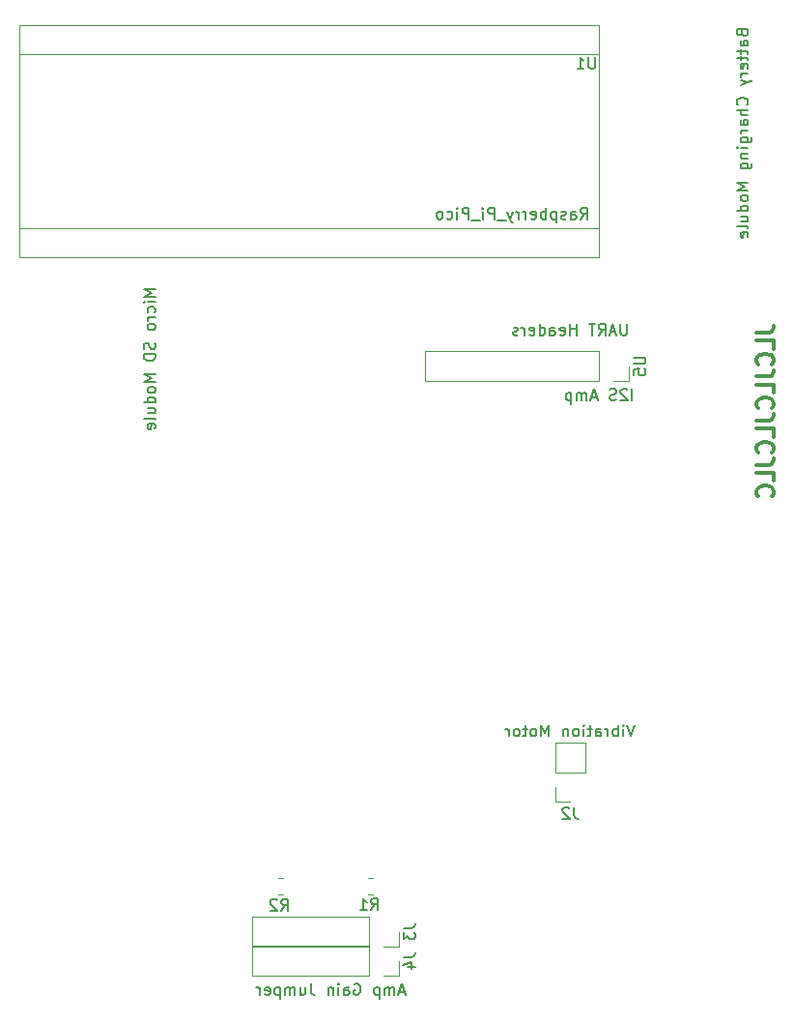
<source format=gbr>
%TF.GenerationSoftware,KiCad,Pcbnew,6.0.2+dfsg-1*%
%TF.CreationDate,2023-03-22T01:16:50-07:00*%
%TF.ProjectId,PICOnsole,5049434f-6e73-46f6-9c65-2e6b69636164,rev?*%
%TF.SameCoordinates,Original*%
%TF.FileFunction,Legend,Bot*%
%TF.FilePolarity,Positive*%
%FSLAX46Y46*%
G04 Gerber Fmt 4.6, Leading zero omitted, Abs format (unit mm)*
G04 Created by KiCad (PCBNEW 6.0.2+dfsg-1) date 2023-03-22 01:16:50*
%MOMM*%
%LPD*%
G01*
G04 APERTURE LIST*
%ADD10C,0.300000*%
%ADD11C,0.150000*%
%ADD12C,0.120000*%
G04 APERTURE END LIST*
D10*
X93666571Y-45903428D02*
X94738000Y-45903428D01*
X94952285Y-45832000D01*
X95095142Y-45689142D01*
X95166571Y-45474857D01*
X95166571Y-45332000D01*
X95166571Y-47332000D02*
X95166571Y-46617714D01*
X93666571Y-46617714D01*
X95023714Y-48689142D02*
X95095142Y-48617714D01*
X95166571Y-48403428D01*
X95166571Y-48260571D01*
X95095142Y-48046285D01*
X94952285Y-47903428D01*
X94809428Y-47832000D01*
X94523714Y-47760571D01*
X94309428Y-47760571D01*
X94023714Y-47832000D01*
X93880857Y-47903428D01*
X93738000Y-48046285D01*
X93666571Y-48260571D01*
X93666571Y-48403428D01*
X93738000Y-48617714D01*
X93809428Y-48689142D01*
X93666571Y-49760571D02*
X94738000Y-49760571D01*
X94952285Y-49689142D01*
X95095142Y-49546285D01*
X95166571Y-49332000D01*
X95166571Y-49189142D01*
X95166571Y-51189142D02*
X95166571Y-50474857D01*
X93666571Y-50474857D01*
X95023714Y-52546285D02*
X95095142Y-52474857D01*
X95166571Y-52260571D01*
X95166571Y-52117714D01*
X95095142Y-51903428D01*
X94952285Y-51760571D01*
X94809428Y-51689142D01*
X94523714Y-51617714D01*
X94309428Y-51617714D01*
X94023714Y-51689142D01*
X93880857Y-51760571D01*
X93738000Y-51903428D01*
X93666571Y-52117714D01*
X93666571Y-52260571D01*
X93738000Y-52474857D01*
X93809428Y-52546285D01*
X93666571Y-53617714D02*
X94738000Y-53617714D01*
X94952285Y-53546285D01*
X95095142Y-53403428D01*
X95166571Y-53189142D01*
X95166571Y-53046285D01*
X95166571Y-55046285D02*
X95166571Y-54332000D01*
X93666571Y-54332000D01*
X95023714Y-56403428D02*
X95095142Y-56332000D01*
X95166571Y-56117714D01*
X95166571Y-55974857D01*
X95095142Y-55760571D01*
X94952285Y-55617714D01*
X94809428Y-55546285D01*
X94523714Y-55474857D01*
X94309428Y-55474857D01*
X94023714Y-55546285D01*
X93880857Y-55617714D01*
X93738000Y-55760571D01*
X93666571Y-55974857D01*
X93666571Y-56117714D01*
X93738000Y-56332000D01*
X93809428Y-56403428D01*
X93666571Y-57474857D02*
X94738000Y-57474857D01*
X94952285Y-57403428D01*
X95095142Y-57260571D01*
X95166571Y-57046285D01*
X95166571Y-56903428D01*
X95166571Y-58903428D02*
X95166571Y-58189142D01*
X93666571Y-58189142D01*
X95023714Y-60260571D02*
X95095142Y-60189142D01*
X95166571Y-59974857D01*
X95166571Y-59832000D01*
X95095142Y-59617714D01*
X94952285Y-59474857D01*
X94809428Y-59403428D01*
X94523714Y-59332000D01*
X94309428Y-59332000D01*
X94023714Y-59403428D01*
X93880857Y-59474857D01*
X93738000Y-59617714D01*
X93666571Y-59832000D01*
X93666571Y-59974857D01*
X93738000Y-60189142D01*
X93809428Y-60260571D01*
D11*
%TO.C,U4*%
X92384571Y-19686095D02*
X92432190Y-19828952D01*
X92479809Y-19876571D01*
X92575047Y-19924190D01*
X92717904Y-19924190D01*
X92813142Y-19876571D01*
X92860761Y-19828952D01*
X92908380Y-19733714D01*
X92908380Y-19352761D01*
X91908380Y-19352761D01*
X91908380Y-19686095D01*
X91956000Y-19781333D01*
X92003619Y-19828952D01*
X92098857Y-19876571D01*
X92194095Y-19876571D01*
X92289333Y-19828952D01*
X92336952Y-19781333D01*
X92384571Y-19686095D01*
X92384571Y-19352761D01*
X92908380Y-20781333D02*
X92384571Y-20781333D01*
X92289333Y-20733714D01*
X92241714Y-20638476D01*
X92241714Y-20448000D01*
X92289333Y-20352761D01*
X92860761Y-20781333D02*
X92908380Y-20686095D01*
X92908380Y-20448000D01*
X92860761Y-20352761D01*
X92765523Y-20305142D01*
X92670285Y-20305142D01*
X92575047Y-20352761D01*
X92527428Y-20448000D01*
X92527428Y-20686095D01*
X92479809Y-20781333D01*
X92241714Y-21114666D02*
X92241714Y-21495619D01*
X91908380Y-21257523D02*
X92765523Y-21257523D01*
X92860761Y-21305142D01*
X92908380Y-21400380D01*
X92908380Y-21495619D01*
X92241714Y-21686095D02*
X92241714Y-22067047D01*
X91908380Y-21828952D02*
X92765523Y-21828952D01*
X92860761Y-21876571D01*
X92908380Y-21971809D01*
X92908380Y-22067047D01*
X92860761Y-22781333D02*
X92908380Y-22686095D01*
X92908380Y-22495619D01*
X92860761Y-22400380D01*
X92765523Y-22352761D01*
X92384571Y-22352761D01*
X92289333Y-22400380D01*
X92241714Y-22495619D01*
X92241714Y-22686095D01*
X92289333Y-22781333D01*
X92384571Y-22828952D01*
X92479809Y-22828952D01*
X92575047Y-22352761D01*
X92908380Y-23257523D02*
X92241714Y-23257523D01*
X92432190Y-23257523D02*
X92336952Y-23305142D01*
X92289333Y-23352761D01*
X92241714Y-23448000D01*
X92241714Y-23543238D01*
X92241714Y-23781333D02*
X92908380Y-24019428D01*
X92241714Y-24257523D02*
X92908380Y-24019428D01*
X93146476Y-23924190D01*
X93194095Y-23876571D01*
X93241714Y-23781333D01*
X92813142Y-25971809D02*
X92860761Y-25924190D01*
X92908380Y-25781333D01*
X92908380Y-25686095D01*
X92860761Y-25543238D01*
X92765523Y-25447999D01*
X92670285Y-25400380D01*
X92479809Y-25352761D01*
X92336952Y-25352761D01*
X92146476Y-25400380D01*
X92051238Y-25447999D01*
X91956000Y-25543238D01*
X91908380Y-25686095D01*
X91908380Y-25781333D01*
X91956000Y-25924190D01*
X92003619Y-25971809D01*
X92908380Y-26400380D02*
X91908380Y-26400380D01*
X92908380Y-26828952D02*
X92384571Y-26828952D01*
X92289333Y-26781333D01*
X92241714Y-26686095D01*
X92241714Y-26543238D01*
X92289333Y-26447999D01*
X92336952Y-26400380D01*
X92908380Y-27733714D02*
X92384571Y-27733714D01*
X92289333Y-27686095D01*
X92241714Y-27590857D01*
X92241714Y-27400380D01*
X92289333Y-27305142D01*
X92860761Y-27733714D02*
X92908380Y-27638476D01*
X92908380Y-27400380D01*
X92860761Y-27305142D01*
X92765523Y-27257523D01*
X92670285Y-27257523D01*
X92575047Y-27305142D01*
X92527428Y-27400380D01*
X92527428Y-27638476D01*
X92479809Y-27733714D01*
X92908380Y-28209904D02*
X92241714Y-28209904D01*
X92432190Y-28209904D02*
X92336952Y-28257523D01*
X92289333Y-28305142D01*
X92241714Y-28400380D01*
X92241714Y-28495619D01*
X92241714Y-29257523D02*
X93051238Y-29257523D01*
X93146476Y-29209904D01*
X93194095Y-29162285D01*
X93241714Y-29067047D01*
X93241714Y-28924190D01*
X93194095Y-28828952D01*
X92860761Y-29257523D02*
X92908380Y-29162285D01*
X92908380Y-28971809D01*
X92860761Y-28876571D01*
X92813142Y-28828952D01*
X92717904Y-28781333D01*
X92432190Y-28781333D01*
X92336952Y-28828952D01*
X92289333Y-28876571D01*
X92241714Y-28971809D01*
X92241714Y-29162285D01*
X92289333Y-29257523D01*
X92908380Y-29733714D02*
X92241714Y-29733714D01*
X91908380Y-29733714D02*
X91956000Y-29686095D01*
X92003619Y-29733714D01*
X91956000Y-29781333D01*
X91908380Y-29733714D01*
X92003619Y-29733714D01*
X92241714Y-30209904D02*
X92908380Y-30209904D01*
X92336952Y-30209904D02*
X92289333Y-30257523D01*
X92241714Y-30352761D01*
X92241714Y-30495619D01*
X92289333Y-30590857D01*
X92384571Y-30638476D01*
X92908380Y-30638476D01*
X92241714Y-31543238D02*
X93051238Y-31543238D01*
X93146476Y-31495619D01*
X93194095Y-31447999D01*
X93241714Y-31352761D01*
X93241714Y-31209904D01*
X93194095Y-31114666D01*
X92860761Y-31543238D02*
X92908380Y-31447999D01*
X92908380Y-31257523D01*
X92860761Y-31162285D01*
X92813142Y-31114666D01*
X92717904Y-31067047D01*
X92432190Y-31067047D01*
X92336952Y-31114666D01*
X92289333Y-31162285D01*
X92241714Y-31257523D01*
X92241714Y-31447999D01*
X92289333Y-31543238D01*
X92908380Y-32781333D02*
X91908380Y-32781333D01*
X92622666Y-33114666D01*
X91908380Y-33447999D01*
X92908380Y-33447999D01*
X92908380Y-34067047D02*
X92860761Y-33971809D01*
X92813142Y-33924190D01*
X92717904Y-33876571D01*
X92432190Y-33876571D01*
X92336952Y-33924190D01*
X92289333Y-33971809D01*
X92241714Y-34067047D01*
X92241714Y-34209904D01*
X92289333Y-34305142D01*
X92336952Y-34352761D01*
X92432190Y-34400380D01*
X92717904Y-34400380D01*
X92813142Y-34352761D01*
X92860761Y-34305142D01*
X92908380Y-34209904D01*
X92908380Y-34067047D01*
X92908380Y-35257523D02*
X91908380Y-35257523D01*
X92860761Y-35257523D02*
X92908380Y-35162285D01*
X92908380Y-34971809D01*
X92860761Y-34876571D01*
X92813142Y-34828952D01*
X92717904Y-34781333D01*
X92432190Y-34781333D01*
X92336952Y-34828952D01*
X92289333Y-34876571D01*
X92241714Y-34971809D01*
X92241714Y-35162285D01*
X92289333Y-35257523D01*
X92241714Y-36162285D02*
X92908380Y-36162285D01*
X92241714Y-35733714D02*
X92765523Y-35733714D01*
X92860761Y-35781333D01*
X92908380Y-35876571D01*
X92908380Y-36019428D01*
X92860761Y-36114666D01*
X92813142Y-36162285D01*
X92908380Y-36781333D02*
X92860761Y-36686095D01*
X92765523Y-36638476D01*
X91908380Y-36638476D01*
X92860761Y-37543238D02*
X92908380Y-37447999D01*
X92908380Y-37257523D01*
X92860761Y-37162285D01*
X92765523Y-37114666D01*
X92384571Y-37114666D01*
X92289333Y-37162285D01*
X92241714Y-37257523D01*
X92241714Y-37447999D01*
X92289333Y-37543238D01*
X92384571Y-37590857D01*
X92479809Y-37590857D01*
X92575047Y-37114666D01*
%TO.C,J1*%
X82296190Y-45127380D02*
X82296190Y-45936904D01*
X82248571Y-46032142D01*
X82200952Y-46079761D01*
X82105714Y-46127380D01*
X81915238Y-46127380D01*
X81820000Y-46079761D01*
X81772380Y-46032142D01*
X81724761Y-45936904D01*
X81724761Y-45127380D01*
X81296190Y-45841666D02*
X80820000Y-45841666D01*
X81391428Y-46127380D02*
X81058095Y-45127380D01*
X80724761Y-46127380D01*
X79820000Y-46127380D02*
X80153333Y-45651190D01*
X80391428Y-46127380D02*
X80391428Y-45127380D01*
X80010476Y-45127380D01*
X79915238Y-45175000D01*
X79867619Y-45222619D01*
X79820000Y-45317857D01*
X79820000Y-45460714D01*
X79867619Y-45555952D01*
X79915238Y-45603571D01*
X80010476Y-45651190D01*
X80391428Y-45651190D01*
X79534285Y-45127380D02*
X78962857Y-45127380D01*
X79248571Y-46127380D02*
X79248571Y-45127380D01*
X77867619Y-46127380D02*
X77867619Y-45127380D01*
X77867619Y-45603571D02*
X77296190Y-45603571D01*
X77296190Y-46127380D02*
X77296190Y-45127380D01*
X76439047Y-46079761D02*
X76534285Y-46127380D01*
X76724761Y-46127380D01*
X76820000Y-46079761D01*
X76867619Y-45984523D01*
X76867619Y-45603571D01*
X76820000Y-45508333D01*
X76724761Y-45460714D01*
X76534285Y-45460714D01*
X76439047Y-45508333D01*
X76391428Y-45603571D01*
X76391428Y-45698809D01*
X76867619Y-45794047D01*
X75534285Y-46127380D02*
X75534285Y-45603571D01*
X75581904Y-45508333D01*
X75677142Y-45460714D01*
X75867619Y-45460714D01*
X75962857Y-45508333D01*
X75534285Y-46079761D02*
X75629523Y-46127380D01*
X75867619Y-46127380D01*
X75962857Y-46079761D01*
X76010476Y-45984523D01*
X76010476Y-45889285D01*
X75962857Y-45794047D01*
X75867619Y-45746428D01*
X75629523Y-45746428D01*
X75534285Y-45698809D01*
X74629523Y-46127380D02*
X74629523Y-45127380D01*
X74629523Y-46079761D02*
X74724761Y-46127380D01*
X74915238Y-46127380D01*
X75010476Y-46079761D01*
X75058095Y-46032142D01*
X75105714Y-45936904D01*
X75105714Y-45651190D01*
X75058095Y-45555952D01*
X75010476Y-45508333D01*
X74915238Y-45460714D01*
X74724761Y-45460714D01*
X74629523Y-45508333D01*
X73772380Y-46079761D02*
X73867619Y-46127380D01*
X74058095Y-46127380D01*
X74153333Y-46079761D01*
X74200952Y-45984523D01*
X74200952Y-45603571D01*
X74153333Y-45508333D01*
X74058095Y-45460714D01*
X73867619Y-45460714D01*
X73772380Y-45508333D01*
X73724761Y-45603571D01*
X73724761Y-45698809D01*
X74200952Y-45794047D01*
X73296190Y-46127380D02*
X73296190Y-45460714D01*
X73296190Y-45651190D02*
X73248571Y-45555952D01*
X73200952Y-45508333D01*
X73105714Y-45460714D01*
X73010476Y-45460714D01*
X72724761Y-46079761D02*
X72629523Y-46127380D01*
X72439047Y-46127380D01*
X72343809Y-46079761D01*
X72296190Y-45984523D01*
X72296190Y-45936904D01*
X72343809Y-45841666D01*
X72439047Y-45794047D01*
X72581904Y-45794047D01*
X72677142Y-45746428D01*
X72724761Y-45651190D01*
X72724761Y-45603571D01*
X72677142Y-45508333D01*
X72581904Y-45460714D01*
X72439047Y-45460714D01*
X72343809Y-45508333D01*
%TO.C,U3*%
X40942380Y-42095952D02*
X39942380Y-42095952D01*
X40656666Y-42429285D01*
X39942380Y-42762619D01*
X40942380Y-42762619D01*
X40942380Y-43238809D02*
X40275714Y-43238809D01*
X39942380Y-43238809D02*
X39990000Y-43191190D01*
X40037619Y-43238809D01*
X39990000Y-43286428D01*
X39942380Y-43238809D01*
X40037619Y-43238809D01*
X40894761Y-44143571D02*
X40942380Y-44048333D01*
X40942380Y-43857857D01*
X40894761Y-43762619D01*
X40847142Y-43715000D01*
X40751904Y-43667380D01*
X40466190Y-43667380D01*
X40370952Y-43715000D01*
X40323333Y-43762619D01*
X40275714Y-43857857D01*
X40275714Y-44048333D01*
X40323333Y-44143571D01*
X40942380Y-44572142D02*
X40275714Y-44572142D01*
X40466190Y-44572142D02*
X40370952Y-44619761D01*
X40323333Y-44667380D01*
X40275714Y-44762619D01*
X40275714Y-44857857D01*
X40942380Y-45334047D02*
X40894761Y-45238809D01*
X40847142Y-45191190D01*
X40751904Y-45143571D01*
X40466190Y-45143571D01*
X40370952Y-45191190D01*
X40323333Y-45238809D01*
X40275714Y-45334047D01*
X40275714Y-45476904D01*
X40323333Y-45572142D01*
X40370952Y-45619761D01*
X40466190Y-45667380D01*
X40751904Y-45667380D01*
X40847142Y-45619761D01*
X40894761Y-45572142D01*
X40942380Y-45476904D01*
X40942380Y-45334047D01*
X40894761Y-46810238D02*
X40942380Y-46953095D01*
X40942380Y-47191190D01*
X40894761Y-47286428D01*
X40847142Y-47334047D01*
X40751904Y-47381666D01*
X40656666Y-47381666D01*
X40561428Y-47334047D01*
X40513809Y-47286428D01*
X40466190Y-47191190D01*
X40418571Y-47000714D01*
X40370952Y-46905476D01*
X40323333Y-46857857D01*
X40228095Y-46810238D01*
X40132857Y-46810238D01*
X40037619Y-46857857D01*
X39990000Y-46905476D01*
X39942380Y-47000714D01*
X39942380Y-47238809D01*
X39990000Y-47381666D01*
X40942380Y-47810238D02*
X39942380Y-47810238D01*
X39942380Y-48048333D01*
X39990000Y-48191190D01*
X40085238Y-48286428D01*
X40180476Y-48334047D01*
X40370952Y-48381666D01*
X40513809Y-48381666D01*
X40704285Y-48334047D01*
X40799523Y-48286428D01*
X40894761Y-48191190D01*
X40942380Y-48048333D01*
X40942380Y-47810238D01*
X40942380Y-49572142D02*
X39942380Y-49572142D01*
X40656666Y-49905476D01*
X39942380Y-50238809D01*
X40942380Y-50238809D01*
X40942380Y-50857857D02*
X40894761Y-50762619D01*
X40847142Y-50715000D01*
X40751904Y-50667380D01*
X40466190Y-50667380D01*
X40370952Y-50715000D01*
X40323333Y-50762619D01*
X40275714Y-50857857D01*
X40275714Y-51000714D01*
X40323333Y-51095952D01*
X40370952Y-51143571D01*
X40466190Y-51191190D01*
X40751904Y-51191190D01*
X40847142Y-51143571D01*
X40894761Y-51095952D01*
X40942380Y-51000714D01*
X40942380Y-50857857D01*
X40942380Y-52048333D02*
X39942380Y-52048333D01*
X40894761Y-52048333D02*
X40942380Y-51953095D01*
X40942380Y-51762619D01*
X40894761Y-51667380D01*
X40847142Y-51619761D01*
X40751904Y-51572142D01*
X40466190Y-51572142D01*
X40370952Y-51619761D01*
X40323333Y-51667380D01*
X40275714Y-51762619D01*
X40275714Y-51953095D01*
X40323333Y-52048333D01*
X40275714Y-52953095D02*
X40942380Y-52953095D01*
X40275714Y-52524523D02*
X40799523Y-52524523D01*
X40894761Y-52572142D01*
X40942380Y-52667380D01*
X40942380Y-52810238D01*
X40894761Y-52905476D01*
X40847142Y-52953095D01*
X40942380Y-53572142D02*
X40894761Y-53476904D01*
X40799523Y-53429285D01*
X39942380Y-53429285D01*
X40894761Y-54334047D02*
X40942380Y-54238809D01*
X40942380Y-54048333D01*
X40894761Y-53953095D01*
X40799523Y-53905476D01*
X40418571Y-53905476D01*
X40323333Y-53953095D01*
X40275714Y-54048333D01*
X40275714Y-54238809D01*
X40323333Y-54334047D01*
X40418571Y-54381666D01*
X40513809Y-54381666D01*
X40609047Y-53905476D01*
%TO.C,U5*%
X82912380Y-48083095D02*
X83721904Y-48083095D01*
X83817142Y-48130714D01*
X83864761Y-48178333D01*
X83912380Y-48273571D01*
X83912380Y-48464047D01*
X83864761Y-48559285D01*
X83817142Y-48606904D01*
X83721904Y-48654523D01*
X82912380Y-48654523D01*
X82912380Y-49606904D02*
X82912380Y-49130714D01*
X83388571Y-49083095D01*
X83340952Y-49130714D01*
X83293333Y-49225952D01*
X83293333Y-49464047D01*
X83340952Y-49559285D01*
X83388571Y-49606904D01*
X83483809Y-49654523D01*
X83721904Y-49654523D01*
X83817142Y-49606904D01*
X83864761Y-49559285D01*
X83912380Y-49464047D01*
X83912380Y-49225952D01*
X83864761Y-49130714D01*
X83817142Y-49083095D01*
X82735952Y-51837380D02*
X82735952Y-50837380D01*
X82307380Y-50932619D02*
X82259761Y-50885000D01*
X82164523Y-50837380D01*
X81926428Y-50837380D01*
X81831190Y-50885000D01*
X81783571Y-50932619D01*
X81735952Y-51027857D01*
X81735952Y-51123095D01*
X81783571Y-51265952D01*
X82355000Y-51837380D01*
X81735952Y-51837380D01*
X81355000Y-51789761D02*
X81212142Y-51837380D01*
X80974047Y-51837380D01*
X80878809Y-51789761D01*
X80831190Y-51742142D01*
X80783571Y-51646904D01*
X80783571Y-51551666D01*
X80831190Y-51456428D01*
X80878809Y-51408809D01*
X80974047Y-51361190D01*
X81164523Y-51313571D01*
X81259761Y-51265952D01*
X81307380Y-51218333D01*
X81355000Y-51123095D01*
X81355000Y-51027857D01*
X81307380Y-50932619D01*
X81259761Y-50885000D01*
X81164523Y-50837380D01*
X80926428Y-50837380D01*
X80783571Y-50885000D01*
X79640714Y-51551666D02*
X79164523Y-51551666D01*
X79735952Y-51837380D02*
X79402619Y-50837380D01*
X79069285Y-51837380D01*
X78735952Y-51837380D02*
X78735952Y-51170714D01*
X78735952Y-51265952D02*
X78688333Y-51218333D01*
X78593095Y-51170714D01*
X78450238Y-51170714D01*
X78355000Y-51218333D01*
X78307380Y-51313571D01*
X78307380Y-51837380D01*
X78307380Y-51313571D02*
X78259761Y-51218333D01*
X78164523Y-51170714D01*
X78021666Y-51170714D01*
X77926428Y-51218333D01*
X77878809Y-51313571D01*
X77878809Y-51837380D01*
X77402619Y-51170714D02*
X77402619Y-52170714D01*
X77402619Y-51218333D02*
X77307380Y-51170714D01*
X77116904Y-51170714D01*
X77021666Y-51218333D01*
X76974047Y-51265952D01*
X76926428Y-51361190D01*
X76926428Y-51646904D01*
X76974047Y-51742142D01*
X77021666Y-51789761D01*
X77116904Y-51837380D01*
X77307380Y-51837380D01*
X77402619Y-51789761D01*
%TO.C,R1*%
X59856666Y-96464380D02*
X60190000Y-95988190D01*
X60428095Y-96464380D02*
X60428095Y-95464380D01*
X60047142Y-95464380D01*
X59951904Y-95512000D01*
X59904285Y-95559619D01*
X59856666Y-95654857D01*
X59856666Y-95797714D01*
X59904285Y-95892952D01*
X59951904Y-95940571D01*
X60047142Y-95988190D01*
X60428095Y-95988190D01*
X58904285Y-96464380D02*
X59475714Y-96464380D01*
X59190000Y-96464380D02*
X59190000Y-95464380D01*
X59285238Y-95607238D01*
X59380476Y-95702476D01*
X59475714Y-95750095D01*
%TO.C,J3*%
X62728453Y-98041665D02*
X63442739Y-98041665D01*
X63585596Y-97994046D01*
X63680834Y-97898808D01*
X63728453Y-97755951D01*
X63728453Y-97660713D01*
X62728453Y-98422618D02*
X62728453Y-99041665D01*
X63109406Y-98708332D01*
X63109406Y-98851189D01*
X63157025Y-98946427D01*
X63204644Y-98994046D01*
X63299882Y-99041665D01*
X63537977Y-99041665D01*
X63633215Y-98994046D01*
X63680834Y-98946427D01*
X63728453Y-98851189D01*
X63728453Y-98565475D01*
X63680834Y-98470237D01*
X63633215Y-98422618D01*
X62817380Y-103621665D02*
X62341190Y-103621665D01*
X62912619Y-103907379D02*
X62579285Y-102907379D01*
X62245952Y-103907379D01*
X61912619Y-103907379D02*
X61912619Y-103240713D01*
X61912619Y-103335951D02*
X61865000Y-103288332D01*
X61769761Y-103240713D01*
X61626904Y-103240713D01*
X61531666Y-103288332D01*
X61484047Y-103383570D01*
X61484047Y-103907379D01*
X61484047Y-103383570D02*
X61436428Y-103288332D01*
X61341190Y-103240713D01*
X61198333Y-103240713D01*
X61103095Y-103288332D01*
X61055476Y-103383570D01*
X61055476Y-103907379D01*
X60579285Y-103240713D02*
X60579285Y-104240713D01*
X60579285Y-103288332D02*
X60484047Y-103240713D01*
X60293571Y-103240713D01*
X60198333Y-103288332D01*
X60150714Y-103335951D01*
X60103095Y-103431189D01*
X60103095Y-103716903D01*
X60150714Y-103812141D01*
X60198333Y-103859760D01*
X60293571Y-103907379D01*
X60484047Y-103907379D01*
X60579285Y-103859760D01*
X58388809Y-102954999D02*
X58484047Y-102907379D01*
X58626904Y-102907379D01*
X58769761Y-102954999D01*
X58865000Y-103050237D01*
X58912619Y-103145475D01*
X58960238Y-103335951D01*
X58960238Y-103478808D01*
X58912619Y-103669284D01*
X58865000Y-103764522D01*
X58769761Y-103859760D01*
X58626904Y-103907379D01*
X58531666Y-103907379D01*
X58388809Y-103859760D01*
X58341190Y-103812141D01*
X58341190Y-103478808D01*
X58531666Y-103478808D01*
X57484047Y-103907379D02*
X57484047Y-103383570D01*
X57531666Y-103288332D01*
X57626904Y-103240713D01*
X57817380Y-103240713D01*
X57912619Y-103288332D01*
X57484047Y-103859760D02*
X57579285Y-103907379D01*
X57817380Y-103907379D01*
X57912619Y-103859760D01*
X57960238Y-103764522D01*
X57960238Y-103669284D01*
X57912619Y-103574046D01*
X57817380Y-103526427D01*
X57579285Y-103526427D01*
X57484047Y-103478808D01*
X57007857Y-103907379D02*
X57007857Y-103240713D01*
X57007857Y-102907379D02*
X57055476Y-102954999D01*
X57007857Y-103002618D01*
X56960238Y-102954999D01*
X57007857Y-102907379D01*
X57007857Y-103002618D01*
X56531666Y-103240713D02*
X56531666Y-103907379D01*
X56531666Y-103335951D02*
X56484047Y-103288332D01*
X56388809Y-103240713D01*
X56245952Y-103240713D01*
X56150714Y-103288332D01*
X56103095Y-103383570D01*
X56103095Y-103907379D01*
X54579285Y-102907379D02*
X54579285Y-103621665D01*
X54626904Y-103764522D01*
X54722142Y-103859760D01*
X54865000Y-103907379D01*
X54960238Y-103907379D01*
X53674523Y-103240713D02*
X53674523Y-103907379D01*
X54103095Y-103240713D02*
X54103095Y-103764522D01*
X54055476Y-103859760D01*
X53960238Y-103907379D01*
X53817380Y-103907379D01*
X53722142Y-103859760D01*
X53674523Y-103812141D01*
X53198333Y-103907379D02*
X53198333Y-103240713D01*
X53198333Y-103335951D02*
X53150714Y-103288332D01*
X53055476Y-103240713D01*
X52912619Y-103240713D01*
X52817380Y-103288332D01*
X52769761Y-103383570D01*
X52769761Y-103907379D01*
X52769761Y-103383570D02*
X52722142Y-103288332D01*
X52626904Y-103240713D01*
X52484047Y-103240713D01*
X52388809Y-103288332D01*
X52341190Y-103383570D01*
X52341190Y-103907379D01*
X51865000Y-103240713D02*
X51865000Y-104240713D01*
X51865000Y-103288332D02*
X51769761Y-103240713D01*
X51579285Y-103240713D01*
X51484047Y-103288332D01*
X51436428Y-103335951D01*
X51388809Y-103431189D01*
X51388809Y-103716903D01*
X51436428Y-103812141D01*
X51484047Y-103859760D01*
X51579285Y-103907379D01*
X51769761Y-103907379D01*
X51865000Y-103859760D01*
X50579285Y-103859760D02*
X50674523Y-103907379D01*
X50865000Y-103907379D01*
X50960238Y-103859760D01*
X51007857Y-103764522D01*
X51007857Y-103383570D01*
X50960238Y-103288332D01*
X50865000Y-103240713D01*
X50674523Y-103240713D01*
X50579285Y-103288332D01*
X50531666Y-103383570D01*
X50531666Y-103478808D01*
X51007857Y-103574046D01*
X50103095Y-103907379D02*
X50103095Y-103240713D01*
X50103095Y-103431189D02*
X50055476Y-103335951D01*
X50007857Y-103288332D01*
X49912619Y-103240713D01*
X49817380Y-103240713D01*
%TO.C,J4*%
X62728453Y-100581666D02*
X63442739Y-100581666D01*
X63585596Y-100534047D01*
X63680834Y-100438809D01*
X63728453Y-100295952D01*
X63728453Y-100200714D01*
X63061787Y-101486428D02*
X63728453Y-101486428D01*
X62680834Y-101248333D02*
X63395120Y-101010238D01*
X63395120Y-101629285D01*
%TO.C,J2*%
X77653333Y-87462380D02*
X77653333Y-88176666D01*
X77700952Y-88319523D01*
X77796190Y-88414761D01*
X77939047Y-88462380D01*
X78034285Y-88462380D01*
X77224761Y-87557619D02*
X77177142Y-87510000D01*
X77081904Y-87462380D01*
X76843809Y-87462380D01*
X76748571Y-87510000D01*
X76700952Y-87557619D01*
X76653333Y-87652857D01*
X76653333Y-87748095D01*
X76700952Y-87890952D01*
X77272380Y-88462380D01*
X76653333Y-88462380D01*
X82986666Y-80262380D02*
X82653333Y-81262380D01*
X82320000Y-80262380D01*
X81986666Y-81262380D02*
X81986666Y-80595714D01*
X81986666Y-80262380D02*
X82034285Y-80310000D01*
X81986666Y-80357619D01*
X81939047Y-80310000D01*
X81986666Y-80262380D01*
X81986666Y-80357619D01*
X81510476Y-81262380D02*
X81510476Y-80262380D01*
X81510476Y-80643333D02*
X81415238Y-80595714D01*
X81224761Y-80595714D01*
X81129523Y-80643333D01*
X81081904Y-80690952D01*
X81034285Y-80786190D01*
X81034285Y-81071904D01*
X81081904Y-81167142D01*
X81129523Y-81214761D01*
X81224761Y-81262380D01*
X81415238Y-81262380D01*
X81510476Y-81214761D01*
X80605714Y-81262380D02*
X80605714Y-80595714D01*
X80605714Y-80786190D02*
X80558095Y-80690952D01*
X80510476Y-80643333D01*
X80415238Y-80595714D01*
X80320000Y-80595714D01*
X79558095Y-81262380D02*
X79558095Y-80738571D01*
X79605714Y-80643333D01*
X79700952Y-80595714D01*
X79891428Y-80595714D01*
X79986666Y-80643333D01*
X79558095Y-81214761D02*
X79653333Y-81262380D01*
X79891428Y-81262380D01*
X79986666Y-81214761D01*
X80034285Y-81119523D01*
X80034285Y-81024285D01*
X79986666Y-80929047D01*
X79891428Y-80881428D01*
X79653333Y-80881428D01*
X79558095Y-80833809D01*
X79224761Y-80595714D02*
X78843809Y-80595714D01*
X79081904Y-80262380D02*
X79081904Y-81119523D01*
X79034285Y-81214761D01*
X78939047Y-81262380D01*
X78843809Y-81262380D01*
X78510476Y-81262380D02*
X78510476Y-80595714D01*
X78510476Y-80262380D02*
X78558095Y-80310000D01*
X78510476Y-80357619D01*
X78462857Y-80310000D01*
X78510476Y-80262380D01*
X78510476Y-80357619D01*
X77891428Y-81262380D02*
X77986666Y-81214761D01*
X78034285Y-81167142D01*
X78081904Y-81071904D01*
X78081904Y-80786190D01*
X78034285Y-80690952D01*
X77986666Y-80643333D01*
X77891428Y-80595714D01*
X77748571Y-80595714D01*
X77653333Y-80643333D01*
X77605714Y-80690952D01*
X77558095Y-80786190D01*
X77558095Y-81071904D01*
X77605714Y-81167142D01*
X77653333Y-81214761D01*
X77748571Y-81262380D01*
X77891428Y-81262380D01*
X77129523Y-80595714D02*
X77129523Y-81262380D01*
X77129523Y-80690952D02*
X77081904Y-80643333D01*
X76986666Y-80595714D01*
X76843809Y-80595714D01*
X76748571Y-80643333D01*
X76700952Y-80738571D01*
X76700952Y-81262380D01*
X75462857Y-81262380D02*
X75462857Y-80262380D01*
X75129523Y-80976666D01*
X74796190Y-80262380D01*
X74796190Y-81262380D01*
X74177142Y-81262380D02*
X74272380Y-81214761D01*
X74320000Y-81167142D01*
X74367619Y-81071904D01*
X74367619Y-80786190D01*
X74320000Y-80690952D01*
X74272380Y-80643333D01*
X74177142Y-80595714D01*
X74034285Y-80595714D01*
X73939047Y-80643333D01*
X73891428Y-80690952D01*
X73843809Y-80786190D01*
X73843809Y-81071904D01*
X73891428Y-81167142D01*
X73939047Y-81214761D01*
X74034285Y-81262380D01*
X74177142Y-81262380D01*
X73558095Y-80595714D02*
X73177142Y-80595714D01*
X73415238Y-80262380D02*
X73415238Y-81119523D01*
X73367619Y-81214761D01*
X73272380Y-81262380D01*
X73177142Y-81262380D01*
X72700952Y-81262380D02*
X72796190Y-81214761D01*
X72843809Y-81167142D01*
X72891428Y-81071904D01*
X72891428Y-80786190D01*
X72843809Y-80690952D01*
X72796190Y-80643333D01*
X72700952Y-80595714D01*
X72558095Y-80595714D01*
X72462857Y-80643333D01*
X72415238Y-80690952D01*
X72367619Y-80786190D01*
X72367619Y-81071904D01*
X72415238Y-81167142D01*
X72462857Y-81214761D01*
X72558095Y-81262380D01*
X72700952Y-81262380D01*
X71939047Y-81262380D02*
X71939047Y-80595714D01*
X71939047Y-80786190D02*
X71891428Y-80690952D01*
X71843809Y-80643333D01*
X71748571Y-80595714D01*
X71653333Y-80595714D01*
%TO.C,R2*%
X51982666Y-96508573D02*
X52316000Y-96032383D01*
X52554095Y-96508573D02*
X52554095Y-95508573D01*
X52173142Y-95508573D01*
X52077904Y-95556193D01*
X52030285Y-95603812D01*
X51982666Y-95699050D01*
X51982666Y-95841907D01*
X52030285Y-95937145D01*
X52077904Y-95984764D01*
X52173142Y-96032383D01*
X52554095Y-96032383D01*
X51601714Y-95603812D02*
X51554095Y-95556193D01*
X51458857Y-95508573D01*
X51220761Y-95508573D01*
X51125523Y-95556193D01*
X51077904Y-95603812D01*
X51030285Y-95699050D01*
X51030285Y-95794288D01*
X51077904Y-95937145D01*
X51649333Y-96508573D01*
X51030285Y-96508573D01*
%TO.C,U1*%
X79501904Y-21804380D02*
X79501904Y-22613904D01*
X79454285Y-22709142D01*
X79406666Y-22756761D01*
X79311428Y-22804380D01*
X79120952Y-22804380D01*
X79025714Y-22756761D01*
X78978095Y-22709142D01*
X78930476Y-22613904D01*
X78930476Y-21804380D01*
X77930476Y-22804380D02*
X78501904Y-22804380D01*
X78216190Y-22804380D02*
X78216190Y-21804380D01*
X78311428Y-21947238D01*
X78406666Y-22042476D01*
X78501904Y-22090095D01*
X78240000Y-35967380D02*
X78573333Y-35491190D01*
X78811428Y-35967380D02*
X78811428Y-34967380D01*
X78430476Y-34967380D01*
X78335238Y-35015000D01*
X78287619Y-35062619D01*
X78240000Y-35157857D01*
X78240000Y-35300714D01*
X78287619Y-35395952D01*
X78335238Y-35443571D01*
X78430476Y-35491190D01*
X78811428Y-35491190D01*
X77382857Y-35967380D02*
X77382857Y-35443571D01*
X77430476Y-35348333D01*
X77525714Y-35300714D01*
X77716190Y-35300714D01*
X77811428Y-35348333D01*
X77382857Y-35919761D02*
X77478095Y-35967380D01*
X77716190Y-35967380D01*
X77811428Y-35919761D01*
X77859047Y-35824523D01*
X77859047Y-35729285D01*
X77811428Y-35634047D01*
X77716190Y-35586428D01*
X77478095Y-35586428D01*
X77382857Y-35538809D01*
X76954285Y-35919761D02*
X76859047Y-35967380D01*
X76668571Y-35967380D01*
X76573333Y-35919761D01*
X76525714Y-35824523D01*
X76525714Y-35776904D01*
X76573333Y-35681666D01*
X76668571Y-35634047D01*
X76811428Y-35634047D01*
X76906666Y-35586428D01*
X76954285Y-35491190D01*
X76954285Y-35443571D01*
X76906666Y-35348333D01*
X76811428Y-35300714D01*
X76668571Y-35300714D01*
X76573333Y-35348333D01*
X76097142Y-35300714D02*
X76097142Y-36300714D01*
X76097142Y-35348333D02*
X76001904Y-35300714D01*
X75811428Y-35300714D01*
X75716190Y-35348333D01*
X75668571Y-35395952D01*
X75620952Y-35491190D01*
X75620952Y-35776904D01*
X75668571Y-35872142D01*
X75716190Y-35919761D01*
X75811428Y-35967380D01*
X76001904Y-35967380D01*
X76097142Y-35919761D01*
X75192380Y-35967380D02*
X75192380Y-34967380D01*
X75192380Y-35348333D02*
X75097142Y-35300714D01*
X74906666Y-35300714D01*
X74811428Y-35348333D01*
X74763809Y-35395952D01*
X74716190Y-35491190D01*
X74716190Y-35776904D01*
X74763809Y-35872142D01*
X74811428Y-35919761D01*
X74906666Y-35967380D01*
X75097142Y-35967380D01*
X75192380Y-35919761D01*
X73906666Y-35919761D02*
X74001904Y-35967380D01*
X74192380Y-35967380D01*
X74287619Y-35919761D01*
X74335238Y-35824523D01*
X74335238Y-35443571D01*
X74287619Y-35348333D01*
X74192380Y-35300714D01*
X74001904Y-35300714D01*
X73906666Y-35348333D01*
X73859047Y-35443571D01*
X73859047Y-35538809D01*
X74335238Y-35634047D01*
X73430476Y-35967380D02*
X73430476Y-35300714D01*
X73430476Y-35491190D02*
X73382857Y-35395952D01*
X73335238Y-35348333D01*
X73240000Y-35300714D01*
X73144761Y-35300714D01*
X72811428Y-35967380D02*
X72811428Y-35300714D01*
X72811428Y-35491190D02*
X72763809Y-35395952D01*
X72716190Y-35348333D01*
X72620952Y-35300714D01*
X72525714Y-35300714D01*
X72287619Y-35300714D02*
X72049523Y-35967380D01*
X71811428Y-35300714D02*
X72049523Y-35967380D01*
X72144761Y-36205476D01*
X72192380Y-36253095D01*
X72287619Y-36300714D01*
X71668571Y-36062619D02*
X70906666Y-36062619D01*
X70668571Y-35967380D02*
X70668571Y-34967380D01*
X70287619Y-34967380D01*
X70192380Y-35015000D01*
X70144761Y-35062619D01*
X70097142Y-35157857D01*
X70097142Y-35300714D01*
X70144761Y-35395952D01*
X70192380Y-35443571D01*
X70287619Y-35491190D01*
X70668571Y-35491190D01*
X69668571Y-35967380D02*
X69668571Y-35300714D01*
X69668571Y-34967380D02*
X69716190Y-35015000D01*
X69668571Y-35062619D01*
X69620952Y-35015000D01*
X69668571Y-34967380D01*
X69668571Y-35062619D01*
X69430476Y-36062619D02*
X68668571Y-36062619D01*
X68430476Y-35967380D02*
X68430476Y-34967380D01*
X68049523Y-34967380D01*
X67954285Y-35015000D01*
X67906666Y-35062619D01*
X67859047Y-35157857D01*
X67859047Y-35300714D01*
X67906666Y-35395952D01*
X67954285Y-35443571D01*
X68049523Y-35491190D01*
X68430476Y-35491190D01*
X67430476Y-35967380D02*
X67430476Y-35300714D01*
X67430476Y-34967380D02*
X67478095Y-35015000D01*
X67430476Y-35062619D01*
X67382857Y-35015000D01*
X67430476Y-34967380D01*
X67430476Y-35062619D01*
X66525714Y-35919761D02*
X66620952Y-35967380D01*
X66811428Y-35967380D01*
X66906666Y-35919761D01*
X66954285Y-35872142D01*
X67001904Y-35776904D01*
X67001904Y-35491190D01*
X66954285Y-35395952D01*
X66906666Y-35348333D01*
X66811428Y-35300714D01*
X66620952Y-35300714D01*
X66525714Y-35348333D01*
X65954285Y-35967380D02*
X66049523Y-35919761D01*
X66097142Y-35872142D01*
X66144761Y-35776904D01*
X66144761Y-35491190D01*
X66097142Y-35395952D01*
X66049523Y-35348333D01*
X65954285Y-35300714D01*
X65811428Y-35300714D01*
X65716190Y-35348333D01*
X65668571Y-35395952D01*
X65620952Y-35491190D01*
X65620952Y-35776904D01*
X65668571Y-35872142D01*
X65716190Y-35919761D01*
X65811428Y-35967380D01*
X65954285Y-35967380D01*
D12*
%TO.C,U5*%
X64560000Y-50175000D02*
X64560000Y-47515000D01*
X79860000Y-50175000D02*
X64560000Y-50175000D01*
X82460000Y-50175000D02*
X82460000Y-48845000D01*
X79860000Y-50175000D02*
X79860000Y-47515000D01*
X81130000Y-50175000D02*
X82460000Y-50175000D01*
X79860000Y-47515000D02*
X64560000Y-47515000D01*
%TO.C,R1*%
X60037064Y-95141193D02*
X59582936Y-95141193D01*
X60037064Y-93671193D02*
X59582936Y-93671193D01*
%TO.C,U2*%
X79860000Y-39320000D02*
X29060000Y-39320000D01*
X29060000Y-39320000D02*
X29060000Y-19000000D01*
X29060000Y-19000000D02*
X79860000Y-19000000D01*
X79860000Y-19000000D02*
X79860000Y-39320000D01*
X79860000Y-21540000D02*
X29060000Y-21540000D01*
X29060000Y-21540000D02*
X29060000Y-36780000D01*
X29060000Y-36780000D02*
X79860000Y-36780000D01*
X79860000Y-36780000D02*
X79860000Y-21540000D01*
%TO.C,J3*%
X59676073Y-99704999D02*
X49456073Y-99704999D01*
X59676073Y-97044999D02*
X49456073Y-97044999D01*
X62276073Y-99704999D02*
X62276073Y-98374999D01*
X49456073Y-99704999D02*
X49456073Y-97044999D01*
X59676073Y-99704999D02*
X59676073Y-97044999D01*
X60946073Y-99704999D02*
X62276073Y-99704999D01*
%TO.C,J4*%
X49456073Y-102245000D02*
X49456073Y-99585000D01*
X62276073Y-102245000D02*
X62276073Y-100915000D01*
X59676073Y-102245000D02*
X49456073Y-102245000D01*
X60946073Y-102245000D02*
X62276073Y-102245000D01*
X59676073Y-99585000D02*
X49456073Y-99585000D01*
X59676073Y-102245000D02*
X59676073Y-99585000D01*
%TO.C,J2*%
X75990000Y-85680000D02*
X75990000Y-87010000D01*
X75990000Y-84410000D02*
X75990000Y-81810000D01*
X75990000Y-81810000D02*
X78650000Y-81810000D01*
X78650000Y-84410000D02*
X78650000Y-81810000D01*
X75990000Y-84410000D02*
X78650000Y-84410000D01*
X75990000Y-87010000D02*
X77320000Y-87010000D01*
%TO.C,R2*%
X51692936Y-93671193D02*
X52147064Y-93671193D01*
X51692936Y-95141193D02*
X52147064Y-95141193D01*
%TO.C,U1*%
X79860000Y-39320000D02*
X29060000Y-39320000D01*
X29060000Y-39320000D02*
X29060000Y-19000000D01*
X29060000Y-19000000D02*
X79860000Y-19000000D01*
X79860000Y-19000000D02*
X79860000Y-39320000D01*
X79860000Y-21540000D02*
X29060000Y-21540000D01*
X29060000Y-21540000D02*
X29060000Y-36780000D01*
X29060000Y-36780000D02*
X79860000Y-36780000D01*
X79860000Y-36780000D02*
X79860000Y-21540000D01*
%TD*%
M02*

</source>
